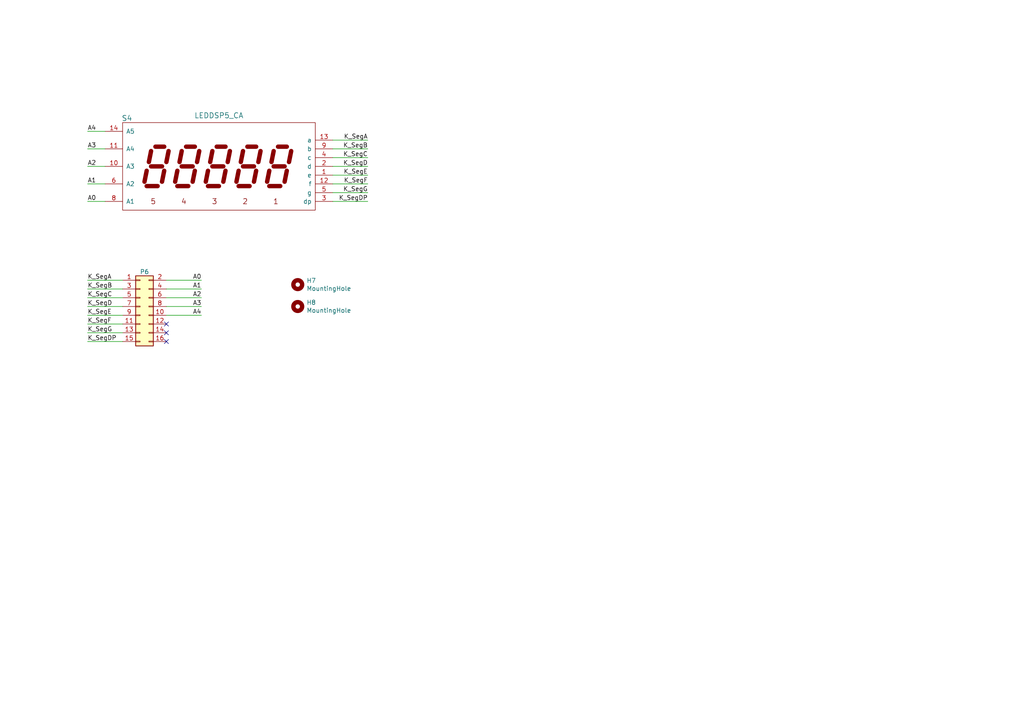
<source format=kicad_sch>
(kicad_sch (version 20211123) (generator eeschema)
  (paper "A4")
  (lib_symbols
    (symbol "Connector_Generic:Conn_02x08_Odd_Even" (pin_names (offset 1.016) hide)
      (property "Reference" "J" (at 1.27 10.16 0))
      (property "Value" "Conn_02x08_Odd_Even" (at 1.27 -12.7 0))
      (symbol "Conn_02x08_Odd_Even_1_1"
        (rectangle (start -1.27 -10.033) (end 0 -10.287) (stroke (width 0.1524)))
        (rectangle (start -1.27 -7.493) (end 0 -7.747) (stroke (width 0.1524)))
        (rectangle (start -1.27 -4.953) (end 0 -5.207) (stroke (width 0.1524)))
        (rectangle (start -1.27 -2.413) (end 0 -2.667) (stroke (width 0.1524)))
        (rectangle (start -1.27 0.127) (end 0 -0.127) (stroke (width 0.1524)))
        (rectangle (start -1.27 2.667) (end 0 2.413) (stroke (width 0.1524)))
        (rectangle (start -1.27 5.207) (end 0 4.953) (stroke (width 0.1524)))
        (rectangle (start -1.27 7.747) (end 0 7.493) (stroke (width 0.1524)))
        (rectangle (start -1.27 8.89) (end 3.81 -11.43) (stroke (width 0.254)) (fill (type background)))
        (rectangle (start 3.81 -10.033) (end 2.54 -10.287) (stroke (width 0.1524)))
        (rectangle (start 3.81 -7.493) (end 2.54 -7.747) (stroke (width 0.1524)))
        (rectangle (start 3.81 -4.953) (end 2.54 -5.207) (stroke (width 0.1524)))
        (rectangle (start 3.81 -2.413) (end 2.54 -2.667) (stroke (width 0.1524)))
        (rectangle (start 3.81 0.127) (end 2.54 -0.127) (stroke (width 0.1524)))
        (rectangle (start 3.81 2.667) (end 2.54 2.413) (stroke (width 0.1524)))
        (rectangle (start 3.81 5.207) (end 2.54 4.953) (stroke (width 0.1524)))
        (rectangle (start 3.81 7.747) (end 2.54 7.493) (stroke (width 0.1524)))
        (pin passive line (at -5.08 7.62 0) (length 3.81) (name "Pin_1") (number "1"))
        (pin passive line (at 7.62 -2.54 180) (length 3.81) (name "Pin_10") (number "10"))
        (pin passive line (at -5.08 -5.08 0) (length 3.81) (name "Pin_11") (number "11"))
        (pin passive line (at 7.62 -5.08 180) (length 3.81) (name "Pin_12") (number "12"))
        (pin passive line (at -5.08 -7.62 0) (length 3.81) (name "Pin_13") (number "13"))
        (pin passive line (at 7.62 -7.62 180) (length 3.81) (name "Pin_14") (number "14"))
        (pin passive line (at -5.08 -10.16 0) (length 3.81) (name "Pin_15") (number "15"))
        (pin passive line (at 7.62 -10.16 180) (length 3.81) (name "Pin_16") (number "16"))
        (pin passive line (at 7.62 7.62 180) (length 3.81) (name "Pin_2") (number "2"))
        (pin passive line (at -5.08 5.08 0) (length 3.81) (name "Pin_3") (number "3"))
        (pin passive line (at 7.62 5.08 180) (length 3.81) (name "Pin_4") (number "4"))
        (pin passive line (at -5.08 2.54 0) (length 3.81) (name "Pin_5") (number "5"))
        (pin passive line (at 7.62 2.54 180) (length 3.81) (name "Pin_6") (number "6"))
        (pin passive line (at -5.08 0 0) (length 3.81) (name "Pin_7") (number "7"))
        (pin passive line (at 7.62 0 180) (length 3.81) (name "Pin_8") (number "8"))
        (pin passive line (at -5.08 -2.54 0) (length 3.81) (name "Pin_9") (number "9"))
      )
    )
    (symbol "GCC_display:LEDDSP5_CA" (pin_names (offset 1.016))
      (property "Reference" "S" (at -25.4 13.97 0))
      (property "Value" "LEDDSP5_CA" (at 2.54 -15.24 0))
      (symbol "LEDDSP5_CA_0_0"
        (text "1" (at 16.51 -10.16 0) (effects (font (size 1.524 1.524))))
        (text "2" (at 7.62 -10.16 0) (effects (font (size 1.524 1.524))))
        (text "3" (at -1.27 -10.16 0) (effects (font (size 1.524 1.524))))
        (text "4" (at -10.16 -10.16 0) (effects (font (size 1.524 1.524))))
        (text "5" (at -19.05 -10.16 0) (effects (font (size 1.524 1.524))))
      )
      (symbol "LEDDSP5_CA_0_1"
        (rectangle (start -27.94 12.7) (end 27.94 -12.7))
        (polyline (pts (xy -20.955 -5.715) (xy -17.78 -5.715)) (stroke (width 1.27)))
        (polyline (pts (xy -20.955 -1.27) (xy -21.59 -4.445)) (stroke (width 1.27)))
        (polyline (pts (xy -20.32 1.27) (xy -19.685 4.445)) (stroke (width 1.27)))
        (polyline (pts (xy -19.685 0) (xy -16.51 0)) (stroke (width 1.27)))
        (polyline (pts (xy -18.415 5.715) (xy -15.875 5.715)) (stroke (width 1.27)))
        (polyline (pts (xy -15.875 -1.27) (xy -16.51 -4.445)) (stroke (width 1.27)))
        (polyline (pts (xy -15.24 -5.715) (xy -15.24 -5.715)) (stroke (width 1.27)))
        (polyline (pts (xy -15.24 1.27) (xy -14.605 4.445)) (stroke (width 1.27)))
        (polyline (pts (xy -12.065 -5.715) (xy -8.89 -5.715)) (stroke (width 1.27)))
        (polyline (pts (xy -12.065 -1.27) (xy -12.7 -4.445)) (stroke (width 1.27)))
        (polyline (pts (xy -11.43 1.27) (xy -10.795 4.445)) (stroke (width 1.27)))
        (polyline (pts (xy -10.795 0) (xy -7.62 0)) (stroke (width 1.27)))
        (polyline (pts (xy -9.525 5.715) (xy -6.985 5.715)) (stroke (width 1.27)))
        (polyline (pts (xy -6.985 -1.27) (xy -7.62 -4.445)) (stroke (width 1.27)))
        (polyline (pts (xy -6.35 -5.715) (xy -6.35 -5.715)) (stroke (width 1.27)))
        (polyline (pts (xy -6.35 1.27) (xy -5.715 4.445)) (stroke (width 1.27)))
        (polyline (pts (xy -3.175 -5.715) (xy 0 -5.715)) (stroke (width 1.27)))
        (polyline (pts (xy -3.175 -1.27) (xy -3.81 -4.445)) (stroke (width 1.27)))
        (polyline (pts (xy -2.54 1.27) (xy -1.905 4.445)) (stroke (width 1.27)))
        (polyline (pts (xy -1.905 0) (xy 1.27 0)) (stroke (width 1.27)))
        (polyline (pts (xy -0.635 5.715) (xy 1.905 5.715)) (stroke (width 1.27)))
        (polyline (pts (xy 1.905 -1.27) (xy 1.27 -4.445)) (stroke (width 1.27)))
        (polyline (pts (xy 2.54 -5.715) (xy 2.54 -5.715)) (stroke (width 1.27)))
        (polyline (pts (xy 2.54 1.27) (xy 3.175 4.445)) (stroke (width 1.27)))
        (polyline (pts (xy 5.715 -5.715) (xy 8.89 -5.715)) (stroke (width 1.27)))
        (polyline (pts (xy 5.715 -1.27) (xy 5.08 -4.445)) (stroke (width 1.27)))
        (polyline (pts (xy 6.35 1.27) (xy 6.985 4.445)) (stroke (width 1.27)))
        (polyline (pts (xy 6.985 0) (xy 10.16 0)) (stroke (width 1.27)))
        (polyline (pts (xy 8.255 5.715) (xy 10.795 5.715)) (stroke (width 1.27)))
        (polyline (pts (xy 10.795 -1.27) (xy 10.16 -4.445)) (stroke (width 1.27)))
        (polyline (pts (xy 11.43 -5.715) (xy 11.43 -5.715)) (stroke (width 1.27)))
        (polyline (pts (xy 11.43 1.27) (xy 12.065 4.445)) (stroke (width 1.27)))
        (polyline (pts (xy 14.605 -5.715) (xy 17.78 -5.715)) (stroke (width 1.27)))
        (polyline (pts (xy 14.605 -1.27) (xy 13.97 -4.445)) (stroke (width 1.27)))
        (polyline (pts (xy 15.24 1.27) (xy 15.875 4.445)) (stroke (width 1.27)))
        (polyline (pts (xy 15.875 0) (xy 19.05 0)) (stroke (width 1.27)))
        (polyline (pts (xy 17.145 5.715) (xy 19.685 5.715)) (stroke (width 1.27)))
        (polyline (pts (xy 19.685 -1.27) (xy 19.05 -4.445)) (stroke (width 1.27)))
        (polyline (pts (xy 20.32 -5.715) (xy 20.32 -5.715)) (stroke (width 1.27)))
        (polyline (pts (xy 20.32 1.27) (xy 20.955 4.445)) (stroke (width 1.27)))
      )
      (symbol "LEDDSP5_CA_1_1"
        (pin passive line (at 33.02 -2.54 180) (length 5.08) (name "e") (number "1"))
        (pin passive line (at -33.02 0 0) (length 5.08) (name "A3") (number "10"))
        (pin passive line (at -33.02 5.08 0) (length 5.08) (name "A4") (number "11"))
        (pin passive line (at 33.02 -5.08 180) (length 5.08) (name "f") (number "12"))
        (pin passive line (at 33.02 7.62 180) (length 5.08) (name "a") (number "13"))
        (pin passive line (at -33.02 10.16 0) (length 5.08) (name "A5") (number "14"))
        (pin passive line (at 33.02 0 180) (length 5.08) (name "d") (number "2"))
        (pin passive line (at 33.02 -10.16 180) (length 5.08) (name "dp") (number "3"))
        (pin passive line (at 33.02 2.54 180) (length 5.08) (name "c") (number "4"))
        (pin passive line (at 33.02 -7.62 180) (length 5.08) (name "g") (number "5"))
        (pin passive line (at -33.02 -5.08 0) (length 5.08) (name "A2") (number "6"))
        (pin passive line (at -33.02 -10.16 0) (length 5.08) (name "A1") (number "8"))
        (pin passive line (at 33.02 5.08 180) (length 5.08) (name "b") (number "9"))
      )
    )
    (symbol "Mechanical:MountingHole" (pin_names (offset 1.016))
      (property "Reference" "H" (at 0 5.08 0))
      (property "Value" "MountingHole" (at 0 3.175 0))
      (symbol "MountingHole_0_1"
        (circle (center 0 0) (radius 1.27) (stroke (width 1.27)))
      )
    )
  )
  (no_connect (at 48.26 96.52))
  (no_connect (at 48.26 93.98))
  (no_connect (at 48.26 99.06))
  (wire (pts (xy 30.48 43.18) (xy 25.4 43.18)))
  (wire (pts (xy 48.26 83.82) (xy 58.42 83.82)))
  (wire (pts (xy 25.4 83.82) (xy 35.56 83.82)))
  (wire (pts (xy 25.4 86.36) (xy 35.56 86.36)))
  (wire (pts (xy 25.4 96.52) (xy 35.56 96.52)))
  (wire (pts (xy 30.48 58.42) (xy 25.4 58.42)))
  (wire (pts (xy 106.68 48.26) (xy 96.52 48.26)))
  (wire (pts (xy 25.4 93.98) (xy 35.56 93.98)))
  (wire (pts (xy 30.48 38.1) (xy 25.4 38.1)))
  (wire (pts (xy 25.4 99.06) (xy 35.56 99.06)))
  (wire (pts (xy 106.68 55.88) (xy 96.52 55.88)))
  (wire (pts (xy 48.26 86.36) (xy 58.42 86.36)))
  (wire (pts (xy 48.26 81.28) (xy 58.42 81.28)))
  (wire (pts (xy 25.4 88.9) (xy 35.56 88.9)))
  (wire (pts (xy 106.68 45.72) (xy 96.52 45.72)))
  (wire (pts (xy 106.68 50.8) (xy 96.52 50.8)))
  (wire (pts (xy 25.4 81.28) (xy 35.56 81.28)))
  (wire (pts (xy 25.4 91.44) (xy 35.56 91.44)))
  (wire (pts (xy 106.68 40.64) (xy 96.52 40.64)))
  (wire (pts (xy 48.26 88.9) (xy 58.42 88.9)))
  (wire (pts (xy 30.48 48.26) (xy 25.4 48.26)))
  (wire (pts (xy 48.26 91.44) (xy 58.42 91.44)))
  (wire (pts (xy 106.68 43.18) (xy 96.52 43.18)))
  (wire (pts (xy 106.68 53.34) (xy 96.52 53.34)))
  (wire (pts (xy 30.48 53.34) (xy 25.4 53.34)))
  (wire (pts (xy 106.68 58.42) (xy 96.52 58.42)))
  (label "K_SegC" (at 25.4 86.36 0))
  (label "K_SegA" (at 25.4 81.28 0))
  (label "A4" (at 58.42 91.44 180))
  (label "K_SegF" (at 25.4 93.98 0))
  (label "K_SegG" (at 106.68 55.88 180))
  (label "K_SegG" (at 25.4 96.52 0))
  (label "A2" (at 58.42 86.36 180))
  (label "A3" (at 58.42 88.9 180))
  (label "K_SegD" (at 25.4 88.9 0))
  (label "K_SegDP" (at 25.4 99.06 0))
  (label "K_SegDP" (at 106.68 58.42 180))
  (label "K_SegB" (at 25.4 83.82 0))
  (label "K_SegB" (at 106.68 43.18 180))
  (label "A1" (at 25.4 53.34 0))
  (label "K_SegF" (at 106.68 53.34 180))
  (label "A4" (at 25.4 38.1 0))
  (label "K_SegA" (at 106.68 40.64 180))
  (label "K_SegE" (at 106.68 50.8 180))
  (label "K_SegE" (at 25.4 91.44 0))
  (label "A2" (at 25.4 48.26 0))
  (label "A0" (at 25.4 58.42 0))
  (label "A1" (at 58.42 83.82 180))
  (label "K_SegD" (at 106.68 48.26 180))
  (label "A3" (at 25.4 43.18 0))
  (label "A0" (at 58.42 81.28 180))
  (label "K_SegC" (at 106.68 45.72 180))
  (symbol (lib_id "Mechanical:MountingHole") (at 86.36 82.55 0) (unit 1)
    (property "Reference" "H7" (at 88.9 81.3816 0) (effects (justify left)))
    (property "Value" "MountingHole" (at 88.9 83.693 0) (effects (justify left)))
    (property "Footprint" "GCC_holes:Hole3mm" (effects hide))
  )
  (symbol (lib_id "Mechanical:MountingHole") (at 86.36 88.9 0) (unit 1)
    (property "Reference" "H8" (at 88.9 87.7316 0) (effects (justify left)))
    (property "Value" "MountingHole" (at 88.9 90.043 0) (effects (justify left)))
    (property "Footprint" "GCC_holes:Hole3mm" (effects hide))
  )
  (symbol (lib_id "GCC_display:LEDDSP5_CA") (at 63.5 48.26 0) (unit 1)
    (property "Reference" "S4" (at 36.83 34.29 0) (effects (font (size 1.524 1.524))))
    (property "Value" "LEDDSP5_CA" (at 63.5 33.5026 0) (effects (font (size 1.524 1.524))))
    (property "Footprint" "GCC_Display:Disp7s5x_036" (effects hide))
  )
  (symbol (lib_id "Connector_Generic:Conn_02x08_Odd_Even") (at 40.64 88.9 0) (unit 1)
    (property "Reference" "P6" (at 41.91 78.8472 0))
    (property "Value" "Conn_02x08_Odd_Even" (effects hide))
    (property "Footprint" "Connector_IDC:IDC-Header_2x08_P2.54mm_Vertical" (effects hide))
  )
)
</source>
